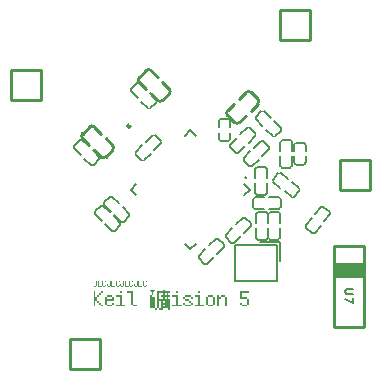
<source format=gto>
G04 Layer: TopSilkscreenLayer*
G04 EasyEDA Pro v2.2.39.2, 2025-05-28 23:54:08*
G04 Gerber Generator version 0.3*
G04 Scale: 100 percent, Rotated: No, Reflected: No*
G04 Dimensions in millimeters*
G04 Leading zeros omitted, absolute positions, 4 integers and 5 decimals*
G04 Generated by one-click*
%FSLAX45Y45*%
%MOMM*%
%ADD10C,0.1524*%
%ADD11C,0.254*%
%ADD12C,0.15001*%
%ADD13C,0.1333*%
G75*


G04 Text Start*
G36*
G01X-786815Y-939088D02*
G01X-802401Y-939088D01*
G01X-802401Y-961602D01*
G01X-802690Y-985559D01*
G01X-802979Y-987002D01*
G01X-817411Y-987002D01*
G01X-817411Y-860002D01*
G01X-802401Y-860002D01*
G01X-802401Y-907338D01*
G01X-786815Y-907338D01*
G01X-786815Y-939088D01*
G37*
G36*
G01X-755065Y-891752D02*
G01X-770651Y-891752D01*
G01X-770651Y-907338D01*
G01X-786238Y-907338D01*
G01X-786238Y-891752D01*
G01X-770651Y-891752D01*
G01X-770651Y-875588D01*
G01X-755065Y-875588D01*
G01X-755065Y-891752D01*
G37*
G36*
G01X-770651Y-939088D02*
G01X-770651Y-955252D01*
G01X-755065Y-955252D01*
G01X-755065Y-970838D01*
G01X-770651Y-970838D01*
G01X-770651Y-955252D01*
G01X-786238Y-955252D01*
G01X-786238Y-939088D01*
G01X-770651Y-939088D01*
G37*
G36*
G01X-754488Y-875588D02*
G01X-754488Y-860002D01*
G01X-738901Y-860002D01*
G01X-738901Y-875588D01*
G01X-754488Y-875588D01*
G37*
G36*
G01X-754488Y-970838D02*
G01X-738901Y-970838D01*
G01X-738901Y-977477D01*
G01X-739190Y-985559D01*
G01X-739479Y-987002D01*
G01X-754488Y-987002D01*
G01X-754488Y-970838D01*
G37*
G36*
G01X-707151Y-939088D02*
G01X-707151Y-970838D01*
G01X-659815Y-970838D01*
G01X-659815Y-987002D01*
G01X-707151Y-987002D01*
G01X-707151Y-970838D01*
G01X-722738Y-970838D01*
G01X-722738Y-915131D01*
G01X-707151Y-915131D01*
G01X-706863Y-923213D01*
G01X-682906Y-923502D01*
G01X-659238Y-923502D01*
G01X-659238Y-907338D01*
G01X-707151Y-907338D01*
G01X-707151Y-915131D01*
G01X-707151Y-915131D01*
G01X-722738Y-915131D01*
G01X-722738Y-907338D01*
G01X-707151Y-907338D01*
G01X-707151Y-891752D01*
G01X-659815Y-891752D01*
G01X-659815Y-907338D01*
G01X-643651Y-907338D01*
G01X-643651Y-939088D01*
G01X-707151Y-939088D01*
G37*
G36*
G01X-659238Y-970838D02*
G01X-659238Y-955252D01*
G01X-643651Y-955252D01*
G01X-643651Y-970838D01*
G01X-659238Y-970838D01*
G37*
G36*
G01X-627488Y-978920D02*
G01X-627488Y-970838D01*
G01X-595738Y-970838D01*
G01X-595738Y-907338D01*
G01X-627488Y-907338D01*
G01X-627488Y-891752D01*
G01X-580151Y-891752D01*
G01X-580151Y-970838D01*
G01X-548401Y-970838D01*
G01X-548401Y-977477D01*
G01X-548690Y-985559D01*
G01X-548979Y-987002D01*
G01X-627488Y-987002D01*
G01X-627488Y-978920D01*
G37*
G36*
G01X-595738Y-867795D02*
G01X-595738Y-860002D01*
G01X-580151Y-860002D01*
G01X-580151Y-875588D01*
G01X-595738Y-875588D01*
G01X-595738Y-867795D01*
G37*
G36*
G01X-484901Y-860002D02*
G01X-484901Y-970838D01*
G01X-453151Y-970838D01*
G01X-453151Y-977477D01*
G01X-453440Y-985559D01*
G01X-453729Y-987002D01*
G01X-484901Y-987002D01*
G01X-484901Y-970838D01*
G01X-500488Y-970838D01*
G01X-500488Y-875588D01*
G01X-532238Y-875588D01*
G01X-532238Y-860002D01*
G01X-484901Y-860002D01*
G37*
G36*
G01X-286031Y-1019329D02*
G01X-292959Y-1018752D01*
G01X-294401Y-1018174D01*
G01X-294401Y-1011824D01*
G01X-294690Y-1004031D01*
G01X-295051Y-1003021D01*
G01X-295556Y-1002877D01*
G01X-318359Y-1003165D01*
G01X-335244Y-1002949D01*
G01X-341449Y-1002299D01*
G01X-342099Y-988445D01*
G01X-342124Y-983827D01*
G01X-325863Y-983827D01*
G01X-325863Y-986713D01*
G01X-318070Y-987002D01*
G01X-310565Y-987002D01*
G01X-310565Y-923502D01*
G01X-316626Y-923502D01*
G01X-323554Y-923213D01*
G01X-325286Y-923213D01*
G01X-325863Y-923646D01*
G01X-325863Y-924368D01*
G01X-325574Y-953231D01*
G01X-325863Y-983827D01*
G01X-325863Y-983827D01*
G01X-342124Y-983827D01*
G01X-342315Y-948613D01*
G01X-342026Y-893772D01*
G01X-341738Y-891752D01*
G01X-335388Y-891752D01*
G01X-327595Y-891463D01*
G01X-326151Y-891174D01*
G01X-326151Y-877031D01*
G01X-326440Y-861445D01*
G01X-326729Y-860002D01*
G01X-333656Y-860002D01*
G01X-341449Y-859424D01*
G01X-342099Y-857621D01*
G01X-342315Y-853363D01*
G01X-342026Y-845859D01*
G01X-341738Y-843838D01*
G01X-319513Y-843838D01*
G01X-295845Y-844127D01*
G01X-294401Y-844415D01*
G01X-294401Y-850765D01*
G01X-294690Y-858559D01*
G01X-294979Y-860002D01*
G01X-301040Y-860002D01*
G01X-308545Y-860290D01*
G01X-309988Y-860579D01*
G01X-309988Y-874722D01*
G01X-310276Y-890309D01*
G01X-310565Y-891752D01*
G01X-317492Y-891752D01*
G01X-325286Y-892040D01*
G01X-325863Y-892473D01*
G01X-325863Y-893195D01*
G01X-325574Y-898679D01*
G01X-325863Y-904163D01*
G01X-325863Y-906184D01*
G01X-321750Y-907049D01*
G01X-309988Y-907338D01*
G01X-294401Y-907338D01*
G01X-294401Y-953520D01*
G01X-294113Y-1001145D01*
G01X-293824Y-1002588D01*
G01X-278815Y-1002588D01*
G01X-278815Y-1001145D01*
G01X-262363Y-1001145D01*
G01X-261786Y-1002299D01*
G01X-254281Y-1002588D01*
G01X-247065Y-1002588D01*
G01X-247065Y-971415D01*
G01X-230901Y-971415D01*
G01X-230901Y-978054D01*
G01X-230613Y-985559D01*
G01X-230613Y-985559D01*
G01X-230036Y-986713D01*
G01X-223974Y-987002D01*
G01X-216759Y-986713D01*
G01X-215315Y-986424D01*
G01X-215315Y-985847D01*
G01X-198863Y-985847D01*
G01X-198286Y-986713D01*
G01X-190781Y-987002D01*
G01X-183565Y-987002D01*
G01X-183565Y-980363D01*
G01X-183854Y-972281D01*
G01X-184142Y-970838D01*
G01X-190492Y-970838D01*
G01X-197997Y-971415D01*
G01X-198863Y-972570D01*
G01X-198574Y-978343D01*
G01X-198863Y-984404D01*
G01X-198863Y-985847D01*
G01X-198863Y-985847D01*
G01X-215315Y-985847D01*
G01X-215315Y-980074D01*
G01X-215604Y-972281D01*
G01X-215892Y-970838D01*
G01X-221954Y-970838D01*
G01X-229459Y-971127D01*
G01X-230901Y-971415D01*
G01X-247065Y-971415D01*
G01X-247065Y-970838D01*
G01X-247282Y-947098D01*
G01X-247300Y-946881D01*
G01X-230901Y-946881D01*
G01X-230613Y-954386D01*
G01X-222820Y-954674D01*
G01X-215315Y-954674D01*
G01X-215315Y-952077D01*
G01X-198863Y-952077D01*
G01X-198863Y-954386D01*
G01X-191070Y-954674D01*
G01X-183565Y-954674D01*
G01X-183565Y-946881D01*
G01X-183782Y-941109D01*
G01X-184431Y-939377D01*
G01X-190204Y-939665D01*
G01X-195976Y-939377D01*
G01X-197997Y-939377D01*
G01X-198791Y-939738D01*
G01X-198863Y-940243D01*
G01X-198574Y-945438D01*
G01X-198863Y-952077D01*
G01X-198863Y-952077D01*
G01X-215315Y-952077D01*
G01X-215315Y-948324D01*
G01X-215604Y-940531D01*
G01X-216037Y-939521D01*
G01X-216759Y-939377D01*
G01X-222242Y-939665D01*
G01X-227726Y-939377D01*
G01X-229747Y-939377D01*
G01X-230613Y-941397D01*
G01X-230901Y-946881D01*
G01X-230901Y-946881D01*
G01X-247300Y-946881D01*
G01X-247931Y-939377D01*
G01X-253704Y-939665D01*
G01X-259476Y-939377D01*
G01X-261497Y-939377D01*
G01X-262291Y-939738D01*
G01X-262363Y-940243D01*
G01X-262074Y-969684D01*
G01X-262363Y-999413D01*
G01X-262363Y-1001145D01*
G01X-262363Y-1001145D01*
G01X-278815Y-1001145D01*
G01X-278815Y-931872D01*
G01X-278777Y-922347D01*
G01X-262363Y-922347D01*
G01X-249086Y-922924D01*
G01X-233499Y-923213D01*
G01X-230901Y-923502D01*
G01X-230901Y-922924D01*
G01X-214738Y-922924D01*
G01X-208676Y-922924D01*
G01X-201749Y-923213D01*
G01X-200017Y-923213D01*
G01X-199368Y-921553D01*
G01X-199151Y-917152D01*
G01X-199440Y-909359D01*
G01X-199729Y-907338D01*
G01X-214738Y-907338D01*
G01X-214738Y-922924D01*
G01X-214738Y-922924D01*
G01X-230901Y-922924D01*
G01X-230901Y-916863D01*
G01X-231190Y-908781D01*
G01X-231479Y-907338D01*
G01X-237829Y-907338D01*
G01X-245622Y-907049D01*
G01X-247065Y-906761D01*
G01X-247065Y-900699D01*
G01X-246776Y-893195D01*
G01X-246488Y-891752D01*
G01X-240138Y-891752D01*
G01X-232345Y-891463D01*
G01X-230901Y-891174D01*
G01X-230901Y-875588D01*
G01X-214738Y-875588D01*
G01X-214738Y-882515D01*
G01X-214449Y-890309D01*
G01X-214449Y-890309D01*
G01X-213872Y-891463D01*
G01X-207234Y-891752D01*
G01X-200017Y-891174D01*
G01X-199368Y-889226D01*
G01X-199151Y-884536D01*
G01X-199440Y-877031D01*
G01X-199729Y-875588D01*
G01X-214738Y-875588D01*
G01X-230901Y-875588D01*
G01X-245334Y-875588D01*
G01X-261209Y-875877D01*
G01X-262219Y-876238D01*
G01X-262363Y-876743D01*
G01X-262074Y-898679D01*
G01X-262363Y-920904D01*
G01X-262363Y-922347D01*
G01X-262363Y-922347D01*
G01X-278777Y-922347D01*
G01X-278599Y-878619D01*
G01X-277949Y-860290D01*
G01X-272176Y-859641D01*
G01X-256590Y-859424D01*
G01X-233499Y-859713D01*
G01X-230901Y-860002D01*
G01X-230901Y-853363D01*
G01X-230613Y-845281D01*
G01X-230324Y-843838D01*
G01X-223397Y-843838D01*
G01X-215604Y-844415D01*
G01X-214954Y-846724D01*
G01X-214738Y-852497D01*
G01X-214594Y-858053D01*
G01X-214161Y-859713D01*
G01X-192513Y-859424D01*
G01X-169422Y-859713D01*
G01X-167401Y-860002D01*
G01X-167401Y-875588D01*
G01X-173751Y-875588D01*
G01X-181545Y-875877D01*
G01X-182988Y-876165D01*
G01X-182988Y-882515D01*
G01X-182699Y-890309D01*
G01X-182411Y-891752D01*
G01X-167401Y-891752D01*
G01X-167401Y-898102D01*
G01X-167690Y-905895D01*
G01X-167979Y-907338D01*
G01X-182988Y-907338D01*
G01X-182988Y-913977D01*
G01X-182699Y-922059D01*
G01X-182338Y-923069D01*
G01X-181834Y-923213D01*
G01X-176349Y-922924D01*
G01X-169422Y-923213D01*
G01X-167401Y-923502D01*
G01X-167401Y-970549D01*
G01X-167618Y-1006052D01*
G01X-168267Y-1018463D01*
G01X-170216Y-1019113D01*
G01X-174329Y-1019329D01*
G01X-181545Y-1018752D01*
G01X-183565Y-1018174D01*
G01X-183565Y-1010381D01*
G01X-183710Y-1004609D01*
G01X-184142Y-1002877D01*
G01X-207811Y-1003165D01*
G01X-230901Y-1003165D01*
G01X-230901Y-1010381D01*
G01X-231118Y-1016010D01*
G01X-231767Y-1018463D01*
G01X-235664Y-1019113D01*
G01X-245622Y-1019329D01*
G01X-259476Y-1019040D01*
G01X-261497Y-1018752D01*
G01X-262363Y-1016803D01*
G01X-262651Y-1010959D01*
G01X-262651Y-1003165D01*
G01X-268424Y-1003165D01*
G01X-276217Y-1002877D01*
G01X-278238Y-1002588D01*
G01X-278238Y-1008938D01*
G01X-278526Y-1016731D01*
G01X-279681Y-1018752D01*
G01X-286031Y-1019329D01*
G37*
G36*
G01X-151238Y-978920D02*
G01X-151238Y-970838D01*
G01X-119488Y-970838D01*
G01X-119488Y-907338D01*
G01X-151238Y-907338D01*
G01X-151238Y-891752D01*
G01X-103901Y-891752D01*
G01X-103901Y-970838D01*
G01X-72151Y-970838D01*
G01X-72151Y-977477D01*
G01X-72440Y-985559D01*
G01X-72729Y-987002D01*
G01X-151238Y-987002D01*
G01X-151238Y-978920D01*
G37*
G36*
G01X-119488Y-867795D02*
G01X-119488Y-860002D01*
G01X-103901Y-860002D01*
G01X-103901Y-875588D01*
G01X-119488Y-875588D01*
G01X-119488Y-867795D01*
G37*
G36*
G01X-8651Y-923502D02*
G01X-8651Y-939088D01*
G01X6935Y-939088D01*
G01X6935Y-955252D01*
G01X-8651Y-955252D01*
G01X-8651Y-939088D01*
G01X-40401Y-939088D01*
G01X-40401Y-923502D01*
G01X-55988Y-923502D01*
G01X-55988Y-907338D01*
G01X-40401Y-907338D01*
G01X-40401Y-891752D01*
G01X6935Y-891752D01*
G01X6935Y-907338D01*
G01X-40401Y-907338D01*
G01X-40401Y-923502D01*
G01X-8651Y-923502D01*
G37*
G36*
G01X-40401Y-955252D02*
G01X-40401Y-970838D01*
G01X6935Y-970838D01*
G01X6935Y-987002D01*
G01X-40401Y-987002D01*
G01X-40401Y-970838D01*
G01X-55988Y-970838D01*
G01X-55988Y-955252D01*
G01X-40401Y-955252D01*
G37*
G36*
G01X7512Y-907338D02*
G01X23099Y-907338D01*
G01X23099Y-913977D01*
G01X22810Y-922059D01*
G01X22521Y-923502D01*
G01X7512Y-923502D01*
G01X7512Y-907338D01*
G37*
G36*
G01X7512Y-970838D02*
G01X7512Y-955252D01*
G01X23099Y-955252D01*
G01X23099Y-970838D01*
G01X7512Y-970838D01*
G37*
G36*
G01X39262Y-978920D02*
G01X39262Y-970838D01*
G01X71012Y-970838D01*
G01X71012Y-907338D01*
G01X39262Y-907338D01*
G01X39262Y-891752D01*
G01X86599Y-891752D01*
G01X86599Y-970838D01*
G01X118349Y-970838D01*
G01X118349Y-977477D01*
G01X118060Y-985559D01*
G01X117771Y-987002D01*
G01X39262Y-987002D01*
G01X39262Y-978920D01*
G37*
G36*
G01X71012Y-867795D02*
G01X71012Y-860002D01*
G01X86599Y-860002D01*
G01X86599Y-875588D01*
G01X71012Y-875588D01*
G01X71012Y-867795D01*
G37*
G36*
G01X150099Y-978920D02*
G01X150099Y-970838D01*
G01X134512Y-970838D01*
G01X134512Y-938799D01*
G01X150099Y-938799D01*
G01X150387Y-970549D01*
G01X174344Y-970838D01*
G01X198012Y-970838D01*
G01X198012Y-907338D01*
G01X150099Y-907338D01*
G01X150099Y-938799D01*
G01X150099Y-938799D01*
G01X134512Y-938799D01*
G01X134512Y-907338D01*
G01X150099Y-907338D01*
G01X150099Y-891752D01*
G01X197435Y-891752D01*
G01X197435Y-907338D01*
G01X213599Y-907338D01*
G01X213599Y-970838D01*
G01X197435Y-970838D01*
G01X197435Y-987002D01*
G01X150099Y-987002D01*
G01X150099Y-978920D01*
G37*
G36*
G01X260935Y-907338D02*
G01X260935Y-923502D01*
G01X245349Y-923502D01*
G01X245349Y-953809D01*
G01X245060Y-985559D01*
G01X244771Y-987002D01*
G01X229762Y-987002D01*
G01X229762Y-891752D01*
G01X245349Y-891752D01*
G01X245349Y-907338D01*
G01X260935Y-907338D01*
G37*
G36*
G01X292685Y-907338D02*
G01X261512Y-907338D01*
G01X261512Y-891752D01*
G01X292685Y-891752D01*
G01X292685Y-907338D01*
G37*
G36*
G01X293262Y-907338D02*
G01X308849Y-907338D01*
G01X308849Y-945727D01*
G01X308560Y-985559D01*
G01X308271Y-987002D01*
G01X293262Y-987002D01*
G01X293262Y-907338D01*
G37*
G36*
G01X483185Y-923502D02*
G01X420262Y-923502D01*
G01X420262Y-860002D01*
G01X499349Y-860002D01*
G01X499349Y-875588D01*
G01X435849Y-875588D01*
G01X435849Y-907338D01*
G01X483185Y-907338D01*
G01X483185Y-923502D01*
G37*
G36*
G01X435849Y-955252D02*
G01X435849Y-970838D01*
G01X483185Y-970838D01*
G01X483185Y-987002D01*
G01X435849Y-987002D01*
G01X435849Y-970838D01*
G01X420262Y-970838D01*
G01X420262Y-955252D01*
G01X435849Y-955252D01*
G37*
G36*
G01X483762Y-970838D02*
G01X483762Y-923502D01*
G01X499349Y-923502D01*
G01X499349Y-970838D01*
G01X483762Y-970838D01*
G37*
G36*
G01X-436641Y-792633D02*
G01X-436641Y-818033D01*
G01X-405238Y-818033D01*
G01X-405122Y-817456D01*
G01X-405007Y-814223D01*
G01X-405007Y-811568D01*
G01X-430407Y-811568D01*
G01X-430407Y-767233D01*
G01X-436641Y-767233D01*
G01X-436641Y-792633D01*
G37*
G36*
G01X-779541Y-792633D02*
G01X-779541Y-818033D01*
G01X-748138Y-818033D01*
G01X-748022Y-817456D01*
G01X-747907Y-814223D01*
G01X-747907Y-811568D01*
G01X-773307Y-811568D01*
G01X-773307Y-767233D01*
G01X-779541Y-767233D01*
G01X-779541Y-792633D01*
G37*
G36*
G01X-665241Y-792633D02*
G01X-665241Y-818033D01*
G01X-633838Y-818033D01*
G01X-633722Y-817456D01*
G01X-633607Y-814223D01*
G01X-633607Y-811568D01*
G01X-659007Y-811568D01*
G01X-659007Y-767233D01*
G01X-665241Y-767233D01*
G01X-665241Y-792633D01*
G37*
G36*
G01X-550941Y-792633D02*
G01X-550941Y-818033D01*
G01X-519538Y-818033D01*
G01X-519422Y-817456D01*
G01X-519307Y-814223D01*
G01X-519307Y-811568D01*
G01X-544707Y-811568D01*
G01X-544707Y-767233D01*
G01X-550941Y-767233D01*
G01X-550941Y-792633D01*
G37*
G36*
G01X-792241Y-767233D02*
G01X-792241Y-811568D01*
G01X-786007Y-811568D01*
G01X-786007Y-767233D01*
G01X-792241Y-767233D01*
G37*
G36*
G01X-677941Y-767233D02*
G01X-677941Y-811568D01*
G01X-671707Y-811568D01*
G01X-671707Y-767233D01*
G01X-677941Y-767233D01*
G37*
G36*
G01X-563641Y-767233D02*
G01X-563641Y-811568D01*
G01X-557407Y-811568D01*
G01X-557407Y-767233D01*
G01X-563641Y-767233D01*
G37*
G36*
G01X-449341Y-767233D02*
G01X-449341Y-811568D01*
G01X-443107Y-811568D01*
G01X-443107Y-767233D01*
G01X-449341Y-767233D01*
G37*
G36*
G01X-398541Y-811568D02*
G01X-392307Y-811568D01*
G01X-392307Y-773468D01*
G01X-398541Y-773468D01*
G01X-398541Y-811568D01*
G37*
G36*
G01X-741441Y-811568D02*
G01X-735207Y-811568D01*
G01X-735207Y-773468D01*
G01X-741441Y-773468D01*
G01X-741441Y-811568D01*
G37*
G36*
G01X-627141Y-811568D02*
G01X-620907Y-811568D01*
G01X-620907Y-773468D01*
G01X-627141Y-773468D01*
G01X-627141Y-811568D01*
G37*
G36*
G01X-512841Y-811568D02*
G01X-506607Y-811568D01*
G01X-506607Y-773468D01*
G01X-512841Y-773468D01*
G01X-512841Y-811568D01*
G37*
G36*
G01X-678172Y-818033D02*
G01X-678172Y-811568D01*
G01X-697107Y-811568D01*
G01X-697107Y-818033D01*
G01X-678172Y-818033D01*
G37*
G36*
G01X-792472Y-818033D02*
G01X-792472Y-811568D01*
G01X-811407Y-811568D01*
G01X-811407Y-818033D01*
G01X-792472Y-818033D01*
G37*
G36*
G01X-716272Y-818033D02*
G01X-716272Y-811568D01*
G01X-735207Y-811568D01*
G01X-735207Y-818033D01*
G01X-716272Y-818033D01*
G37*
G36*
G01X-601972Y-818033D02*
G01X-601972Y-811568D01*
G01X-620907Y-811568D01*
G01X-620907Y-818033D01*
G01X-601972Y-818033D01*
G37*
G36*
G01X-563872Y-818033D02*
G01X-563872Y-811568D01*
G01X-582807Y-811568D01*
G01X-582807Y-818033D01*
G01X-563872Y-818033D01*
G37*
G36*
G01X-487672Y-818033D02*
G01X-487672Y-811568D01*
G01X-506607Y-811568D01*
G01X-506607Y-818033D01*
G01X-487672Y-818033D01*
G37*
G36*
G01X-449572Y-818033D02*
G01X-449572Y-811568D01*
G01X-468507Y-811568D01*
G01X-468507Y-818033D01*
G01X-449572Y-818033D01*
G37*
G36*
G01X-373372Y-818033D02*
G01X-373372Y-811568D01*
G01X-392307Y-811568D01*
G01X-392307Y-818033D01*
G01X-373372Y-818033D01*
G37*
G36*
G01X-735207Y-773468D02*
G01X-716272Y-773468D01*
G01X-716272Y-767233D01*
G01X-735207Y-767233D01*
G01X-735207Y-773468D01*
G37*
G36*
G01X-620907Y-773468D02*
G01X-601972Y-773468D01*
G01X-601972Y-767233D01*
G01X-620907Y-767233D01*
G01X-620907Y-773468D01*
G37*
G36*
G01X-506607Y-773468D02*
G01X-487672Y-773468D01*
G01X-487672Y-767233D01*
G01X-506607Y-767233D01*
G01X-506607Y-773468D01*
G37*
G36*
G01X-392307Y-773468D02*
G01X-373372Y-773468D01*
G01X-373372Y-767233D01*
G01X-392307Y-767233D01*
G01X-392307Y-773468D01*
G37*
G36*
G01X-703341Y-811568D02*
G01X-697107Y-811568D01*
G01X-697107Y-798868D01*
G01X-703341Y-798868D01*
G01X-703341Y-811568D01*
G37*
G36*
G01X-589041Y-811568D02*
G01X-582807Y-811568D01*
G01X-582807Y-798868D01*
G01X-589041Y-798868D01*
G01X-589041Y-811568D01*
G37*
G36*
G01X-474741Y-811568D02*
G01X-468507Y-811568D01*
G01X-468507Y-798868D01*
G01X-474741Y-798868D01*
G01X-474741Y-811568D01*
G37*
G36*
G01X-817411Y-811568D02*
G01X-811407Y-811568D01*
G01X-811407Y-798868D01*
G01X-817411Y-798868D01*
G01X-817411Y-811568D01*
G37*
G36*
G01X-366907Y-773468D02*
G01X-373141Y-773468D01*
G01X-373141Y-779933D01*
G01X-367138Y-779933D01*
G01X-367022Y-779356D01*
G01X-366907Y-776123D01*
G01X-366907Y-773468D01*
G37*
G36*
G01X-709807Y-773468D02*
G01X-716041Y-773468D01*
G01X-716041Y-779933D01*
G01X-710038Y-779933D01*
G01X-709922Y-779356D01*
G01X-709807Y-776123D01*
G01X-709807Y-773468D01*
G37*
G36*
G01X-595507Y-773468D02*
G01X-601741Y-773468D01*
G01X-601741Y-779933D01*
G01X-595738Y-779933D01*
G01X-595622Y-779356D01*
G01X-595507Y-776123D01*
G01X-595507Y-773468D01*
G37*
G36*
G01X-481207Y-773468D02*
G01X-487441Y-773468D01*
G01X-487441Y-779933D01*
G01X-481438Y-779933D01*
G01X-481322Y-779356D01*
G01X-481207Y-776123D01*
G01X-481207Y-773468D01*
G37*
G36*
G01X-373141Y-805333D02*
G01X-373141Y-811568D01*
G01X-366907Y-811568D01*
G01X-366907Y-805333D01*
G01X-373141Y-805333D01*
G37*
G36*
G01X-716041Y-805333D02*
G01X-716041Y-811568D01*
G01X-709807Y-811568D01*
G01X-709807Y-805333D01*
G01X-716041Y-805333D01*
G37*
G36*
G01X-601741Y-805333D02*
G01X-601741Y-811568D01*
G01X-595507Y-811568D01*
G01X-595507Y-805333D01*
G01X-601741Y-805333D01*
G37*
G36*
G01X-487441Y-805333D02*
G01X-487441Y-811568D01*
G01X-481207Y-811568D01*
G01X-481207Y-805333D01*
G01X-487441Y-805333D01*
G37*
G54D10*
G01X1379730Y-837784D02*
G01X1333248Y-837784D01*
G01X1324104Y-840832D01*
G01X1317754Y-847182D01*
G01X1314706Y-856326D01*
G01X1314706Y-862676D01*
G01X1317754Y-871820D01*
G01X1324104Y-877916D01*
G01X1333248Y-881218D01*
G01X1379730Y-881218D01*
G01X1379730Y-954624D02*
G01X1314706Y-923636D01*
G01X1379730Y-911444D02*
G01X1379730Y-954624D01*
G04 Text End*

G04 PolygonModel Start*
G01X515200Y-305174D02*
G01X459332Y-361042D01*
G01X356827Y-322520D02*
G01X300959Y-378388D01*
G01X371472Y-448901D02*
G01X427340Y-393033D01*
G01X300959Y-399941D02*
G01X349920Y-448901D01*
G01X388819Y-290529D02*
G01X444687Y-234661D01*
G01X466239Y-234661D02*
G01X515200Y-283621D01*
G01X300959Y-378388D02*
G03X300959Y-399941I10776J-10776D01*
G01X349920Y-448901D02*
G03X371472Y-448901I10776J10776D01*
G01X444687Y-234661D02*
G02X466239Y-234661I10776J-10776D01*
G01X515200Y-283621D02*
G02X515200Y-305174I-10776J-10776D01*
G01X762740Y-202051D02*
G01X762740Y-281060D01*
G01X663019Y-326302D02*
G01X663019Y-405312D01*
G01X762740Y-405312D02*
G01X762740Y-326302D01*
G01X678259Y-420552D02*
G01X747500Y-420552D01*
G01X663019Y-281060D02*
G01X663019Y-202051D01*
G01X678259Y-186811D02*
G01X747500Y-186811D01*
G01X663019Y-405312D02*
G03X678259Y-420552I15240J0D01*
G01X747500Y-420552D02*
G03X762740Y-405312I0J15240D01*
G01X663019Y-202051D02*
G02X678259Y-186811I15240J0D01*
G01X747500Y-186811D02*
G02X762740Y-202051I0J-15240D01*
G01X-430241Y904431D02*
G01X-374373Y848563D01*
G01X-412895Y746058D02*
G01X-357027Y690190D01*
G01X-286514Y760703D02*
G01X-342382Y816571D01*
G01X-335474Y690190D02*
G01X-286514Y739151D01*
G01X-444886Y778050D02*
G01X-500754Y833918D01*
G01X-500754Y855470D02*
G01X-451793Y904431D01*
G01X-357027Y690190D02*
G03X-335474Y690190I10776J10776D01*
G01X-286514Y739151D02*
G03X-286514Y760703I-10776J10776D01*
G01X-500754Y833918D02*
G02X-500754Y855470I10776J10776D01*
G01X-451793Y904431D02*
G02X-430241Y904431I10776J-10776D01*
G01X-911621Y423820D02*
G01X-855753Y367952D01*
G01X-894275Y265448D02*
G01X-838407Y209580D01*
G01X-767894Y280093D02*
G01X-823762Y335960D01*
G01X-816855Y209580D02*
G01X-767894Y258540D01*
G01X-926266Y297439D02*
G01X-982134Y353307D01*
G01X-982134Y374859D02*
G01X-933174Y423820D01*
G01X-838407Y209580D02*
G03X-816855Y209580I10776J10776D01*
G01X-767894Y258540D02*
G03X-767894Y280093I-10776J10776D01*
G01X-982134Y353307D02*
G02X-982134Y374859I10776J10776D01*
G01X-933174Y423820D02*
G02X-911621Y423820I10776J-10776D01*
G01X751010Y-163041D02*
G01X672001Y-163041D01*
G01X626758Y-63321D02*
G01X547749Y-63321D01*
G01X547749Y-163041D02*
G01X626758Y-163041D01*
G01X532509Y-78561D02*
G01X532509Y-147801D01*
G01X672001Y-63321D02*
G01X751010Y-63321D01*
G01X766250Y-78561D02*
G01X766250Y-147801D01*
G01X547749Y-63321D02*
G03X532509Y-78561I0J-15240D01*
G01X532509Y-147801D02*
G03X547749Y-163041I15240J0D01*
G01X751010Y-63321D02*
G02X766250Y-78561I0J-15240D01*
G01X766250Y-147801D02*
G02X751010Y-163041I-15240J0D01*
G01X72359Y-556188D02*
G01X128227Y-500320D01*
G01X230732Y-538842D02*
G01X286600Y-482974D01*
G01X216087Y-412461D02*
G01X160219Y-468329D01*
G01X286600Y-461421D02*
G01X237639Y-412461D01*
G01X198740Y-570833D02*
G01X142872Y-626701D01*
G01X121320Y-626701D02*
G01X72359Y-577741D01*
G01X286600Y-482974D02*
G03X286600Y-461421I-10776J10776D01*
G01X237639Y-412461D02*
G03X216087Y-412461I-10776J-10776D01*
G01X142872Y-626701D02*
G02X121320Y-626701I-10776J10776D01*
G01X72359Y-577741D02*
G02X72359Y-556188I10776J10776D01*
G01X-461041Y320112D02*
G01X-405173Y375980D01*
G01X-302668Y337458D02*
G01X-246800Y393326D01*
G01X-317313Y463839D02*
G01X-373181Y407971D01*
G01X-246800Y414879D02*
G01X-295761Y463839D01*
G01X-334660Y305467D02*
G01X-390528Y249599D01*
G01X-412080Y249599D02*
G01X-461041Y298559D01*
G01X-246800Y393326D02*
G03X-246800Y414879I-10776J10776D01*
G01X-295761Y463839D02*
G03X-317313Y463839I-10776J-10776D01*
G01X-390528Y249599D02*
G02X-412080Y249599I-10776J10776D01*
G01X-461041Y298559D02*
G02X-461041Y320112I10776J10776D01*
G01X339059Y383612D02*
G01X394927Y439480D01*
G01X497432Y400958D02*
G01X553300Y456826D01*
G01X482787Y527339D02*
G01X426919Y471471D01*
G01X553300Y478379D02*
G01X504339Y527339D01*
G01X465440Y368967D02*
G01X409572Y313099D01*
G01X388020Y313099D02*
G01X339059Y362059D01*
G01X553300Y456826D02*
G03X553300Y478379I-10776J10776D01*
G01X504339Y527339D02*
G03X482787Y527339I-10776J-10776D01*
G01X409572Y313099D02*
G02X388020Y313099I-10776J10776D01*
G01X339059Y362059D02*
G02X339059Y383612I10776J10776D01*
G01X698687Y452799D02*
G01X642819Y508667D01*
G01X681340Y611171D02*
G01X625472Y667039D01*
G01X554959Y596526D02*
G01X610827Y540658D01*
G01X603920Y667039D02*
G01X554959Y618079D01*
G01X713332Y579180D02*
G01X769200Y523312D01*
G01X769200Y501759D02*
G01X720239Y452799D01*
G01X625472Y667039D02*
G03X603920Y667039I-10776J-10776D01*
G01X554959Y618079D02*
G03X554959Y596526I10776J-10776D01*
G01X769200Y523312D02*
G02X769200Y501759I-10776J-10776D01*
G01X720239Y452799D02*
G02X698687Y452799I-10776J10776D01*
G01X860283Y-64303D02*
G01X799759Y-13517D01*
G01X829200Y91955D02*
G01X768676Y142741D01*
G01X704576Y66351D02*
G01X765101Y15564D01*
G01X747205Y140862D02*
G01X702698Y87821D01*
G01X863858Y62873D02*
G01X924382Y12087D01*
G01X926261Y-9383D02*
G01X881754Y-62425D01*
G01X768676Y142741D02*
G03X747205Y140862I-9796J-11675D01*
G01X702698Y87821D02*
G03X704576Y66351I11675J-9796D01*
G01X924382Y12087D02*
G02X926261Y-9383I-9796J-11675D01*
G01X881754Y-62425D02*
G02X860283Y-64303I-11675J9796D01*
G01X-513500Y-200588D02*
G01X-569368Y-144720D01*
G01X-639881Y-215233D02*
G01X-584013Y-271101D01*
G01X-562461Y-271101D02*
G01X-513500Y-222141D01*
G01X-657228Y-56861D02*
G01X-601360Y-112729D01*
G01X-671873Y-183242D02*
G01X-727741Y-127374D01*
G01X-727741Y-105821D02*
G01X-678780Y-56861D01*
G01X-584013Y-271101D02*
G03X-562461Y-271101I10776J10776D01*
G01X-513500Y-222141D02*
G03X-513500Y-200588I-10776J10776D01*
G01X-727741Y-127374D02*
G02X-727741Y-105821I10776J10776D01*
G01X-678780Y-56861D02*
G02X-657228Y-56861I10776J-10776D01*
G01X-589700Y-276788D02*
G01X-645568Y-220920D01*
G01X-716081Y-291433D02*
G01X-660213Y-347301D01*
G01X-638661Y-347301D02*
G01X-589700Y-298341D01*
G01X-733428Y-133061D02*
G01X-677560Y-188929D01*
G01X-748073Y-259442D02*
G01X-803941Y-203574D01*
G01X-803941Y-182021D02*
G01X-754980Y-133061D01*
G01X-660213Y-347301D02*
G03X-638661Y-347301I10776J10776D01*
G01X-589700Y-298341D02*
G03X-589700Y-276788I-10776J10776D01*
G01X-803941Y-203574D02*
G02X-803941Y-182021I10776J10776D01*
G01X-754980Y-133061D02*
G02X-733428Y-133061I10776J-10776D01*
G01X561419Y-326302D02*
G01X561419Y-405312D01*
G01X561419Y-405312D02*
G01X576659Y-420552D01*
G01X576659Y-420552D02*
G01X645900Y-420552D01*
G01X645900Y-420552D02*
G01X661140Y-405312D01*
G01X661140Y-405312D02*
G01X661140Y-326302D01*
G01X561419Y-281060D02*
G01X561419Y-202051D01*
G01X561419Y-202051D02*
G01X576659Y-186811D01*
G01X576659Y-186811D02*
G01X645900Y-186811D01*
G01X645900Y-186811D02*
G01X661140Y-202051D01*
G01X661140Y-202051D02*
G01X661140Y-281060D01*
G01X509227Y325180D02*
G01X453359Y269312D01*
G01X453359Y269312D02*
G01X453359Y247759D01*
G01X453359Y247759D02*
G01X502320Y198799D01*
G01X502320Y198799D02*
G01X523872Y198799D01*
G01X523872Y198799D02*
G01X579740Y254667D01*
G01X541219Y357171D02*
G01X597087Y413039D01*
G01X597087Y413039D02*
G01X618639Y413039D01*
G01X618639Y413039D02*
G01X667600Y364079D01*
G01X667600Y364079D02*
G01X667600Y342526D01*
G01X667600Y342526D02*
G01X611732Y286658D01*
G01X1028444Y-238160D02*
G01X977658Y-298685D01*
G01X977658Y-298685D02*
G01X979536Y-320156D01*
G01X979536Y-320156D02*
G01X1032577Y-364663D01*
G01X1032577Y-364663D02*
G01X1054048Y-362784D01*
G01X1054048Y-362784D02*
G01X1104834Y-302260D01*
G01X1057525Y-203503D02*
G01X1108311Y-142978D01*
G01X1108311Y-142978D02*
G01X1129782Y-141100D01*
G01X1129782Y-141100D02*
G01X1182823Y-185607D01*
G01X1182823Y-185607D02*
G01X1184701Y-207077D01*
G01X1184701Y-207077D02*
G01X1133915Y-267602D01*
G01X548719Y54698D02*
G01X548719Y-24312D01*
G01X548719Y-24312D02*
G01X563959Y-39552D01*
G01X563959Y-39552D02*
G01X633200Y-39552D01*
G01X633200Y-39552D02*
G01X648440Y-24312D01*
G01X648440Y-24312D02*
G01X648440Y54698D01*
G01X548719Y99940D02*
G01X548719Y178949D01*
G01X548719Y178949D02*
G01X563959Y194189D01*
G01X563959Y194189D02*
G01X633200Y194189D01*
G01X633200Y194189D02*
G01X648440Y178949D01*
G01X648440Y178949D02*
G01X648440Y99940D01*
G54D11*
G01X1462179Y-630579D02*
G01X1220879Y-630579D01*
G01X1220879Y-630579D02*
G01X1220879Y-655979D01*
G01X1220879Y-655979D02*
G01X1474879Y-655979D01*
G01X1474879Y-655979D02*
G01X1474879Y-681379D01*
G01X1474879Y-681379D02*
G01X1220879Y-681379D01*
G01X1220879Y-681379D02*
G01X1220879Y-706779D01*
G01X1220879Y-706779D02*
G01X1474879Y-706779D01*
G01X1474879Y-706779D02*
G01X1474879Y-732179D01*
G01X1474879Y-732179D02*
G01X1220879Y-732179D01*
G54D10*
G01X49318Y-457007D02*
G01X1679Y-504646D01*
G01X1679Y-504646D02*
G01X-45959Y-457007D01*
G01X-456436Y48747D02*
G01X-504074Y1108D01*
G01X-504074Y1108D02*
G01X-456438Y-46529D01*
G01X459796Y-46529D02*
G01X507433Y1108D01*
G01X507433Y1108D02*
G01X459795Y48747D01*
G01X-45957Y459225D02*
G01X1679Y506862D01*
G01X1679Y506862D02*
G01X49316Y459225D01*
G01X761139Y-601115D02*
G01X761139Y-445413D01*
G01X761139Y-445413D02*
G01X595531Y-445413D01*
G01X738340Y-468321D02*
G01X738340Y-774041D01*
G01X738340Y-774041D02*
G01X382618Y-774041D01*
G01X382618Y-774041D02*
G01X382618Y-468321D01*
G01X382618Y-468321D02*
G01X738340Y-468321D01*
G01X864340Y407549D02*
G01X864340Y328540D01*
G01X764619Y283298D02*
G01X764619Y204288D01*
G01X864340Y204288D02*
G01X864340Y283298D01*
G01X779859Y189048D02*
G01X849100Y189048D01*
G01X764619Y328540D02*
G01X764619Y407549D01*
G01X779859Y422789D02*
G01X849100Y422789D01*
G01X764619Y204288D02*
G03X779859Y189048I15240J0D01*
G01X849100Y189048D02*
G03X864340Y204288I0J15240D01*
G01X764619Y407549D02*
G02X779859Y422789I15240J0D01*
G01X849100Y422789D02*
G02X864340Y407549I0J-15240D01*
G01X978640Y328540D02*
G01X978640Y374943D01*
G03X953240Y400343I-25400J0D01*
G01X904319Y400343D01*
G03X878919Y374943I0J-25400D01*
G01X878919Y328540D01*
G01X978640Y283298D02*
G01X978640Y236894D01*
G02X953240Y211494I-25400J0D01*
G01X904319Y211494D01*
G02X878919Y236894I0J25400D01*
G01X878919Y283298D01*
G01X341960Y530621D02*
G01X341960Y577025D01*
G03X316560Y602425I-25400J0D01*
G01X267640Y602425D01*
G03X242240Y577025I0J-25400D01*
G01X242240Y530621D01*
G01X341960Y485379D02*
G01X341960Y438976D01*
G02X316560Y413576I-25400J0D01*
G01X267640Y413576D01*
G02X242240Y438976I0J25400D01*
G01X242240Y485379D01*
G54D11*
G01X763679Y1267118D02*
G01X1017677Y1267118D01*
G01X763679Y1521118D02*
G01X763679Y1267118D01*
G01X1017693Y1521444D02*
G01X1017693Y1267444D01*
G01X763888Y1522419D02*
G01X1017888Y1522419D01*
G01X-1264320Y763119D02*
G01X-1264320Y1017116D01*
G01X-1518320Y763119D02*
G01X-1264320Y763119D01*
G01X-1518645Y1017133D02*
G01X-1264645Y1017133D01*
G01X-1519621Y763328D02*
G01X-1519621Y1017328D01*
G01X-760321Y-1264881D02*
G01X-1014318Y-1264881D01*
G01X-760321Y-1518881D02*
G01X-760321Y-1264881D01*
G01X-1014334Y-1519206D02*
G01X-1014334Y-1265206D01*
G01X-760530Y-1520181D02*
G01X-1014530Y-1520181D01*
G01X1271679Y1119D02*
G01X1271679Y255119D01*
G01X1271679Y255119D02*
G01X1525679Y255119D01*
G01X1525679Y1119D02*
G01X1271679Y1119D01*
G01X1525679Y255119D02*
G01X1525679Y1119D01*
G01X-374144Y853652D02*
G01X-430710Y910219D01*
G01X-334546Y813990D02*
G01X-277980Y757423D01*
G01X-273757Y954039D02*
G01X-330324Y1010606D01*
G01X-234161Y914375D02*
G01X-177595Y857808D01*
G01X-430705Y954030D02*
G01X-374133Y1010602D01*
G01X-177600Y813994D02*
G01X-234170Y757423D01*
G01X-177598Y857812D02*
G02X-177600Y813994I-21908J-21908D01*
G01X-234167Y757427D02*
G02X-277983Y757427I-21908J21908D01*
G01X-430707Y910215D02*
G02X-430705Y954030I21910J21906D01*
G01X-374138Y1010597D02*
G02X-330320Y1010602I21912J-21905D01*
G01X-853906Y376663D02*
G01X-910473Y433229D01*
G01X-814309Y337000D02*
G01X-757742Y280434D01*
G01X-753519Y477049D02*
G01X-810086Y533616D01*
G01X-713924Y437385D02*
G01X-657357Y380819D01*
G01X-910467Y477040D02*
G01X-853895Y533612D01*
G01X-657362Y337004D02*
G01X-713933Y280434D01*
G01X-657361Y380822D02*
G02X-657362Y337004I-21908J-21908D01*
G01X-713929Y280437D02*
G02X-757746Y280437I-21908J21908D01*
G01X-910469Y433226D02*
G02X-910467Y477040I21910J21906D01*
G01X-853901Y533607D02*
G02X-810083Y533612I21912J-21905D01*
G01X474862Y628513D02*
G01X418296Y571947D01*
G01X514524Y668111D02*
G01X571091Y724677D01*
G01X374476Y728900D02*
G01X317909Y672333D01*
G01X414140Y768496D02*
G01X470706Y825062D01*
G01X374485Y571952D02*
G01X317913Y628524D01*
G01X514521Y825057D02*
G01X571091Y768487D01*
G01X470703Y825059D02*
G02X514521Y825057I21908J-21908D01*
G01X571087Y768490D02*
G02X571087Y724674I-21908J-21908D01*
G01X418299Y571950D02*
G02X374485Y571952I-21906J21910D01*
G01X317918Y628519D02*
G02X317913Y672337I21905J21912D01*

G04 Rect Start*
G01X1220879Y-478179D02*
G01X1474879Y-478179D01*
G01X1474879Y-1163979D01*
G01X1220879Y-1163979D01*
G01X1220879Y-478179D01*
G04 Rect End*

G04 Circle Start*
G01X-531009Y538772D02*
G03X-505609Y538772I12700J0D01*
G03X-531009Y538772I-12700J0D01*
G54D12*
G01X463692Y102919D02*
G03X478678Y102919I7493J0D01*
G03X463692Y102919I-7493J0D01*
G04 Circle End*

M02*


</source>
